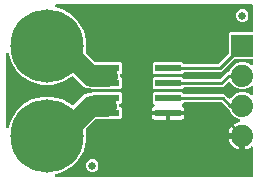
<source format=gbr>
G04 EAGLE Gerber RS-274X export*
G75*
%MOMM*%
%FSLAX34Y34*%
%LPD*%
%INTop Copper*%
%IPPOS*%
%AMOC8*
5,1,8,0,0,1.08239X$1,22.5*%
G01*
%ADD10R,2.209800X0.609600*%
%ADD11C,6.197600*%
%ADD12R,1.879600X1.879600*%
%ADD13C,1.879600*%
%ADD14C,0.635000*%
%ADD15C,1.778000*%
%ADD16C,0.254000*%

G36*
X211446Y3318D02*
X211446Y3318D01*
X211565Y3325D01*
X211603Y3338D01*
X211644Y3343D01*
X211754Y3386D01*
X211867Y3423D01*
X211902Y3445D01*
X211939Y3460D01*
X212035Y3529D01*
X212136Y3593D01*
X212164Y3623D01*
X212197Y3646D01*
X212273Y3738D01*
X212354Y3825D01*
X212374Y3860D01*
X212399Y3891D01*
X212450Y3999D01*
X212508Y4103D01*
X212518Y4143D01*
X212535Y4179D01*
X212557Y4296D01*
X212587Y4411D01*
X212591Y4471D01*
X212595Y4491D01*
X212593Y4512D01*
X212597Y4572D01*
X212597Y27679D01*
X212592Y27719D01*
X212595Y27759D01*
X212572Y27876D01*
X212557Y27995D01*
X212543Y28032D01*
X212535Y28071D01*
X212484Y28179D01*
X212440Y28291D01*
X212417Y28323D01*
X212400Y28359D01*
X212324Y28451D01*
X212254Y28548D01*
X212223Y28573D01*
X212198Y28604D01*
X212101Y28674D01*
X212009Y28751D01*
X211973Y28768D01*
X211940Y28791D01*
X211829Y28835D01*
X211721Y28886D01*
X211682Y28894D01*
X211645Y28909D01*
X211526Y28924D01*
X211409Y28946D01*
X211369Y28944D01*
X211329Y28949D01*
X211211Y28934D01*
X211091Y28926D01*
X211053Y28914D01*
X211014Y28909D01*
X210902Y28865D01*
X210789Y28828D01*
X210755Y28807D01*
X210718Y28792D01*
X210582Y28706D01*
X209457Y27889D01*
X207783Y27036D01*
X205996Y26455D01*
X205739Y26415D01*
X205739Y36830D01*
X205724Y36948D01*
X205717Y37067D01*
X205704Y37105D01*
X205699Y37145D01*
X205656Y37256D01*
X205619Y37369D01*
X205597Y37403D01*
X205582Y37441D01*
X205512Y37537D01*
X205449Y37638D01*
X205419Y37666D01*
X205395Y37698D01*
X205304Y37774D01*
X205217Y37856D01*
X205182Y37875D01*
X205151Y37901D01*
X205043Y37952D01*
X204939Y38009D01*
X204899Y38020D01*
X204863Y38037D01*
X204746Y38059D01*
X204631Y38089D01*
X204570Y38093D01*
X204550Y38097D01*
X204530Y38095D01*
X204470Y38099D01*
X203199Y38099D01*
X203199Y39370D01*
X203184Y39488D01*
X203177Y39607D01*
X203164Y39645D01*
X203159Y39685D01*
X203115Y39796D01*
X203079Y39909D01*
X203057Y39944D01*
X203042Y39981D01*
X202972Y40077D01*
X202909Y40178D01*
X202879Y40206D01*
X202855Y40239D01*
X202764Y40314D01*
X202677Y40396D01*
X202642Y40416D01*
X202610Y40441D01*
X202503Y40492D01*
X202398Y40550D01*
X202359Y40560D01*
X202323Y40577D01*
X202206Y40599D01*
X202091Y40629D01*
X202030Y40633D01*
X202010Y40637D01*
X201990Y40635D01*
X201930Y40639D01*
X191515Y40639D01*
X191555Y40896D01*
X192136Y42683D01*
X192989Y44357D01*
X194094Y45878D01*
X195422Y47206D01*
X196943Y48311D01*
X198617Y49164D01*
X200434Y49754D01*
X200520Y49780D01*
X200646Y49810D01*
X200673Y49824D01*
X200702Y49832D01*
X200813Y49898D01*
X200927Y49958D01*
X200950Y49979D01*
X200976Y49994D01*
X201067Y50085D01*
X201163Y50172D01*
X201179Y50197D01*
X201201Y50219D01*
X201266Y50330D01*
X201337Y50438D01*
X201347Y50467D01*
X201363Y50492D01*
X201399Y50616D01*
X201441Y50739D01*
X201443Y50769D01*
X201451Y50798D01*
X201456Y50927D01*
X201466Y51056D01*
X201461Y51086D01*
X201462Y51116D01*
X201434Y51242D01*
X201411Y51369D01*
X201399Y51397D01*
X201392Y51426D01*
X201334Y51541D01*
X201281Y51659D01*
X201262Y51683D01*
X201248Y51710D01*
X201163Y51807D01*
X201082Y51908D01*
X201058Y51926D01*
X201038Y51948D01*
X200931Y52021D01*
X200828Y52099D01*
X200789Y52118D01*
X200775Y52127D01*
X200755Y52135D01*
X200684Y52170D01*
X196725Y53809D01*
X193509Y57025D01*
X192520Y59414D01*
X192505Y59439D01*
X192496Y59467D01*
X192427Y59577D01*
X192363Y59690D01*
X192342Y59711D01*
X192326Y59736D01*
X192232Y59825D01*
X192141Y59918D01*
X192116Y59934D01*
X192095Y59954D01*
X191981Y60017D01*
X191870Y60085D01*
X191842Y60093D01*
X191816Y60108D01*
X191743Y60127D01*
X185694Y66176D01*
X185615Y66236D01*
X185543Y66304D01*
X185490Y66333D01*
X185442Y66370D01*
X185351Y66410D01*
X185265Y66458D01*
X185206Y66473D01*
X185151Y66497D01*
X185053Y66512D01*
X184957Y66537D01*
X184857Y66543D01*
X184836Y66547D01*
X184824Y66545D01*
X184796Y66547D01*
X154657Y66547D01*
X154559Y66535D01*
X154460Y66532D01*
X154401Y66515D01*
X154341Y66507D01*
X154249Y66471D01*
X154154Y66443D01*
X154102Y66413D01*
X154046Y66390D01*
X153965Y66332D01*
X153880Y66282D01*
X153805Y66216D01*
X153788Y66204D01*
X153780Y66194D01*
X153759Y66176D01*
X152176Y64593D01*
X152099Y64493D01*
X152017Y64398D01*
X152002Y64368D01*
X151981Y64341D01*
X151931Y64226D01*
X151875Y64113D01*
X151868Y64080D01*
X151855Y64049D01*
X151835Y63925D01*
X151809Y63802D01*
X151810Y63769D01*
X151805Y63735D01*
X151817Y63610D01*
X151822Y63485D01*
X151832Y63452D01*
X151835Y63419D01*
X151878Y63300D01*
X151914Y63180D01*
X151931Y63151D01*
X151943Y63119D01*
X152013Y63015D01*
X152078Y62908D01*
X152102Y62884D01*
X152121Y62856D01*
X152215Y62773D01*
X152305Y62685D01*
X152346Y62658D01*
X152360Y62646D01*
X152379Y62636D01*
X152439Y62596D01*
X153071Y62231D01*
X153544Y61758D01*
X153879Y61179D01*
X154052Y60532D01*
X154052Y58673D01*
X140716Y58673D01*
X140598Y58658D01*
X140479Y58651D01*
X140451Y58642D01*
X140368Y58663D01*
X140308Y58667D01*
X140288Y58671D01*
X140268Y58669D01*
X140208Y58673D01*
X126872Y58673D01*
X126872Y60532D01*
X127045Y61179D01*
X127380Y61758D01*
X127853Y62231D01*
X128485Y62596D01*
X128585Y62672D01*
X128689Y62742D01*
X128711Y62768D01*
X128738Y62788D01*
X128816Y62887D01*
X128899Y62981D01*
X128915Y63011D01*
X128936Y63037D01*
X128987Y63152D01*
X129044Y63264D01*
X129051Y63297D01*
X129065Y63328D01*
X129086Y63452D01*
X129114Y63574D01*
X129113Y63608D01*
X129118Y63641D01*
X129108Y63767D01*
X129104Y63892D01*
X129095Y63925D01*
X129092Y63958D01*
X129051Y64077D01*
X129016Y64198D01*
X128999Y64227D01*
X128987Y64259D01*
X128918Y64363D01*
X128854Y64472D01*
X128822Y64509D01*
X128812Y64524D01*
X128796Y64538D01*
X128748Y64593D01*
X127380Y65960D01*
X127380Y73740D01*
X128571Y74931D01*
X152353Y74931D01*
X153759Y73524D01*
X153838Y73464D01*
X153910Y73396D01*
X153963Y73367D01*
X154011Y73330D01*
X154101Y73290D01*
X154188Y73242D01*
X154247Y73227D01*
X154302Y73203D01*
X154400Y73188D01*
X154496Y73163D01*
X154596Y73157D01*
X154616Y73153D01*
X154629Y73155D01*
X154657Y73153D01*
X188058Y73153D01*
X191500Y69710D01*
X191540Y69680D01*
X191573Y69643D01*
X191665Y69583D01*
X191752Y69515D01*
X191797Y69496D01*
X191839Y69468D01*
X191943Y69433D01*
X192043Y69389D01*
X192093Y69381D01*
X192140Y69365D01*
X192249Y69357D01*
X192358Y69339D01*
X192407Y69344D01*
X192457Y69340D01*
X192565Y69359D01*
X192674Y69369D01*
X192721Y69386D01*
X192770Y69395D01*
X192870Y69440D01*
X192973Y69477D01*
X193015Y69505D01*
X193060Y69525D01*
X193146Y69594D01*
X193237Y69655D01*
X193270Y69693D01*
X193309Y69724D01*
X193374Y69811D01*
X193447Y69894D01*
X193467Y69932D01*
X196725Y73191D01*
X200926Y74931D01*
X205474Y74931D01*
X209675Y73191D01*
X210431Y72435D01*
X210540Y72350D01*
X210647Y72261D01*
X210666Y72252D01*
X210682Y72240D01*
X210810Y72185D01*
X210935Y72126D01*
X210955Y72122D01*
X210974Y72114D01*
X211112Y72092D01*
X211248Y72066D01*
X211268Y72067D01*
X211288Y72064D01*
X211427Y72077D01*
X211565Y72086D01*
X211584Y72092D01*
X211604Y72094D01*
X211736Y72141D01*
X211867Y72184D01*
X211885Y72194D01*
X211904Y72201D01*
X212019Y72279D01*
X212136Y72354D01*
X212150Y72368D01*
X212167Y72380D01*
X212259Y72484D01*
X212354Y72585D01*
X212364Y72603D01*
X212377Y72618D01*
X212440Y72742D01*
X212508Y72864D01*
X212513Y72883D01*
X212522Y72901D01*
X212552Y73037D01*
X212587Y73172D01*
X212589Y73200D01*
X212592Y73212D01*
X212591Y73232D01*
X212597Y73332D01*
X212597Y79068D01*
X212580Y79206D01*
X212567Y79344D01*
X212560Y79363D01*
X212557Y79383D01*
X212506Y79512D01*
X212459Y79643D01*
X212448Y79660D01*
X212440Y79679D01*
X212359Y79791D01*
X212281Y79906D01*
X212265Y79920D01*
X212254Y79936D01*
X212146Y80025D01*
X212042Y80117D01*
X212024Y80126D01*
X212009Y80139D01*
X211883Y80198D01*
X211759Y80261D01*
X211739Y80266D01*
X211721Y80274D01*
X211584Y80301D01*
X211449Y80331D01*
X211428Y80330D01*
X211409Y80334D01*
X211270Y80326D01*
X211131Y80321D01*
X211111Y80316D01*
X211091Y80314D01*
X210959Y80272D01*
X210825Y80233D01*
X210808Y80223D01*
X210789Y80216D01*
X210671Y80142D01*
X210551Y80071D01*
X210530Y80053D01*
X210520Y80046D01*
X210506Y80031D01*
X210431Y79965D01*
X209675Y79209D01*
X205474Y77469D01*
X200926Y77469D01*
X196725Y79209D01*
X193509Y82425D01*
X193198Y83176D01*
X193174Y83219D01*
X193157Y83266D01*
X193095Y83357D01*
X193041Y83452D01*
X193006Y83488D01*
X192978Y83529D01*
X192896Y83601D01*
X192820Y83681D01*
X192777Y83707D01*
X192740Y83739D01*
X192642Y83789D01*
X192549Y83847D01*
X192501Y83861D01*
X192457Y83884D01*
X192350Y83908D01*
X192245Y83940D01*
X192195Y83943D01*
X192147Y83954D01*
X192037Y83950D01*
X191927Y83955D01*
X191878Y83945D01*
X191829Y83944D01*
X191723Y83913D01*
X191615Y83891D01*
X191571Y83869D01*
X191523Y83856D01*
X191429Y83800D01*
X191330Y83751D01*
X191292Y83719D01*
X191249Y83694D01*
X191128Y83588D01*
X189094Y81554D01*
X186788Y79247D01*
X154657Y79247D01*
X154559Y79235D01*
X154460Y79232D01*
X154401Y79215D01*
X154341Y79207D01*
X154249Y79171D01*
X154154Y79143D01*
X154102Y79113D01*
X154046Y79090D01*
X153965Y79032D01*
X153880Y78982D01*
X153805Y78916D01*
X153788Y78904D01*
X153780Y78894D01*
X153759Y78876D01*
X152353Y77469D01*
X128571Y77469D01*
X127380Y78660D01*
X127380Y86440D01*
X128571Y87631D01*
X152353Y87631D01*
X153759Y86224D01*
X153838Y86164D01*
X153910Y86096D01*
X153963Y86067D01*
X154011Y86030D01*
X154101Y85990D01*
X154188Y85942D01*
X154247Y85927D01*
X154302Y85903D01*
X154400Y85888D01*
X154496Y85863D01*
X154596Y85857D01*
X154616Y85853D01*
X154629Y85855D01*
X154657Y85853D01*
X183526Y85853D01*
X183624Y85865D01*
X183723Y85868D01*
X183782Y85885D01*
X183842Y85893D01*
X183934Y85929D01*
X184029Y85957D01*
X184081Y85987D01*
X184137Y86010D01*
X184217Y86068D01*
X184303Y86118D01*
X184378Y86184D01*
X184395Y86196D01*
X184403Y86206D01*
X184424Y86224D01*
X190402Y92203D01*
X191347Y92203D01*
X191377Y92206D01*
X191406Y92204D01*
X191534Y92226D01*
X191663Y92243D01*
X191690Y92253D01*
X191719Y92258D01*
X191838Y92312D01*
X191959Y92360D01*
X191983Y92377D01*
X192009Y92389D01*
X192111Y92470D01*
X192216Y92546D01*
X192235Y92569D01*
X192258Y92588D01*
X192336Y92691D01*
X192419Y92791D01*
X192431Y92818D01*
X192449Y92842D01*
X192520Y92986D01*
X193509Y95375D01*
X196725Y98591D01*
X200926Y100331D01*
X205474Y100331D01*
X209675Y98591D01*
X210431Y97835D01*
X210540Y97750D01*
X210647Y97661D01*
X210666Y97652D01*
X210682Y97640D01*
X210810Y97585D01*
X210935Y97526D01*
X210955Y97522D01*
X210974Y97514D01*
X211112Y97492D01*
X211248Y97466D01*
X211268Y97467D01*
X211288Y97464D01*
X211427Y97477D01*
X211565Y97486D01*
X211584Y97492D01*
X211604Y97494D01*
X211736Y97541D01*
X211867Y97584D01*
X211885Y97594D01*
X211904Y97601D01*
X212019Y97679D01*
X212136Y97754D01*
X212150Y97768D01*
X212167Y97780D01*
X212259Y97884D01*
X212354Y97985D01*
X212364Y98003D01*
X212377Y98018D01*
X212440Y98142D01*
X212508Y98264D01*
X212513Y98283D01*
X212522Y98301D01*
X212552Y98437D01*
X212587Y98572D01*
X212589Y98600D01*
X212592Y98612D01*
X212591Y98632D01*
X212597Y98732D01*
X212597Y101600D01*
X212582Y101718D01*
X212575Y101837D01*
X212562Y101875D01*
X212557Y101916D01*
X212514Y102026D01*
X212477Y102139D01*
X212455Y102174D01*
X212440Y102211D01*
X212371Y102307D01*
X212307Y102408D01*
X212277Y102436D01*
X212254Y102469D01*
X212162Y102545D01*
X212075Y102626D01*
X212040Y102646D01*
X212009Y102671D01*
X211901Y102722D01*
X211797Y102780D01*
X211757Y102790D01*
X211721Y102807D01*
X211604Y102829D01*
X211489Y102859D01*
X211429Y102863D01*
X211409Y102867D01*
X211388Y102865D01*
X211328Y102869D01*
X196966Y102869D01*
X196868Y102857D01*
X196769Y102854D01*
X196710Y102837D01*
X196650Y102829D01*
X196558Y102793D01*
X196463Y102765D01*
X196411Y102735D01*
X196355Y102712D01*
X196274Y102654D01*
X196189Y102604D01*
X196114Y102538D01*
X196097Y102526D01*
X196089Y102516D01*
X196068Y102498D01*
X185518Y91947D01*
X154657Y91947D01*
X154559Y91935D01*
X154460Y91932D01*
X154401Y91915D01*
X154341Y91907D01*
X154249Y91871D01*
X154154Y91843D01*
X154102Y91813D01*
X154046Y91790D01*
X153965Y91732D01*
X153880Y91682D01*
X153805Y91616D01*
X153788Y91604D01*
X153780Y91594D01*
X153759Y91576D01*
X152353Y90169D01*
X128571Y90169D01*
X127380Y91360D01*
X127380Y99140D01*
X128571Y100331D01*
X152353Y100331D01*
X153759Y98924D01*
X153838Y98864D01*
X153910Y98796D01*
X153963Y98767D01*
X154011Y98730D01*
X154101Y98690D01*
X154188Y98642D01*
X154247Y98627D01*
X154302Y98603D01*
X154400Y98588D01*
X154496Y98563D01*
X154596Y98557D01*
X154616Y98553D01*
X154629Y98555D01*
X154657Y98553D01*
X182256Y98553D01*
X182354Y98565D01*
X182453Y98568D01*
X182512Y98585D01*
X182572Y98593D01*
X182664Y98629D01*
X182759Y98657D01*
X182811Y98687D01*
X182867Y98710D01*
X182947Y98768D01*
X183033Y98818D01*
X183108Y98884D01*
X183125Y98896D01*
X183133Y98906D01*
X183154Y98924D01*
X191398Y107168D01*
X191458Y107247D01*
X191526Y107319D01*
X191555Y107372D01*
X191592Y107420D01*
X191632Y107511D01*
X191680Y107597D01*
X191695Y107656D01*
X191719Y107711D01*
X191734Y107809D01*
X191759Y107905D01*
X191765Y108005D01*
X191769Y108025D01*
X191767Y108038D01*
X191769Y108066D01*
X191769Y124540D01*
X192960Y125731D01*
X211328Y125731D01*
X211446Y125746D01*
X211565Y125753D01*
X211603Y125766D01*
X211644Y125771D01*
X211754Y125814D01*
X211867Y125851D01*
X211902Y125873D01*
X211939Y125888D01*
X212035Y125957D01*
X212136Y126021D01*
X212164Y126051D01*
X212197Y126074D01*
X212273Y126166D01*
X212354Y126253D01*
X212374Y126288D01*
X212399Y126319D01*
X212450Y126427D01*
X212508Y126531D01*
X212518Y126571D01*
X212535Y126607D01*
X212557Y126724D01*
X212587Y126839D01*
X212591Y126899D01*
X212595Y126919D01*
X212593Y126940D01*
X212597Y127000D01*
X212597Y147828D01*
X212582Y147946D01*
X212575Y148065D01*
X212562Y148103D01*
X212557Y148144D01*
X212514Y148254D01*
X212477Y148367D01*
X212455Y148402D01*
X212440Y148439D01*
X212371Y148535D01*
X212307Y148636D01*
X212277Y148664D01*
X212254Y148697D01*
X212162Y148773D01*
X212075Y148854D01*
X212040Y148874D01*
X212009Y148899D01*
X211901Y148950D01*
X211797Y149008D01*
X211757Y149018D01*
X211721Y149035D01*
X211604Y149057D01*
X211489Y149087D01*
X211429Y149091D01*
X211409Y149095D01*
X211388Y149093D01*
X211328Y149097D01*
X45458Y149097D01*
X45308Y149078D01*
X45155Y149061D01*
X45149Y149058D01*
X45142Y149057D01*
X45002Y149002D01*
X44859Y148947D01*
X44853Y148943D01*
X44847Y148940D01*
X44724Y148851D01*
X44599Y148763D01*
X44595Y148758D01*
X44589Y148754D01*
X44492Y148636D01*
X44394Y148520D01*
X44391Y148514D01*
X44387Y148509D01*
X44322Y148371D01*
X44255Y148234D01*
X44254Y148227D01*
X44251Y148221D01*
X44223Y148072D01*
X44192Y147922D01*
X44193Y147915D01*
X44191Y147909D01*
X44201Y147757D01*
X44209Y147604D01*
X44211Y147598D01*
X44211Y147591D01*
X44258Y147446D01*
X44303Y147301D01*
X44307Y147295D01*
X44309Y147289D01*
X44390Y147161D01*
X44471Y147030D01*
X44476Y147026D01*
X44479Y147020D01*
X44590Y146915D01*
X44700Y146810D01*
X44706Y146807D01*
X44711Y146802D01*
X44844Y146729D01*
X44977Y146653D01*
X44986Y146651D01*
X44989Y146648D01*
X45000Y146646D01*
X45129Y146602D01*
X50845Y145070D01*
X58375Y140723D01*
X64523Y134575D01*
X68870Y127045D01*
X71121Y118647D01*
X71121Y109953D01*
X70931Y109244D01*
X70916Y109139D01*
X70893Y109036D01*
X70895Y108982D01*
X70888Y108929D01*
X70900Y108824D01*
X70903Y108718D01*
X70918Y108666D01*
X70924Y108613D01*
X70962Y108514D01*
X70991Y108413D01*
X71019Y108366D01*
X71038Y108316D01*
X71099Y108230D01*
X71153Y108139D01*
X71210Y108074D01*
X71222Y108057D01*
X71234Y108047D01*
X71259Y108018D01*
X78575Y100702D01*
X78653Y100642D01*
X78725Y100574D01*
X78778Y100545D01*
X78826Y100508D01*
X78917Y100468D01*
X79003Y100420D01*
X79062Y100405D01*
X79118Y100381D01*
X79216Y100366D01*
X79311Y100341D01*
X79411Y100335D01*
X79432Y100331D01*
X79444Y100333D01*
X79472Y100331D01*
X100029Y100331D01*
X101220Y99140D01*
X101220Y91360D01*
X100194Y90335D01*
X100134Y90257D01*
X100066Y90184D01*
X100037Y90131D01*
X100000Y90084D01*
X99960Y89993D01*
X99912Y89906D01*
X99897Y89847D01*
X99873Y89792D01*
X99858Y89694D01*
X99833Y89598D01*
X99827Y89498D01*
X99823Y89478D01*
X99825Y89465D01*
X99823Y89437D01*
X99823Y88363D01*
X99835Y88265D01*
X99838Y88165D01*
X99855Y88107D01*
X99863Y88047D01*
X99899Y87955D01*
X99927Y87860D01*
X99957Y87808D01*
X99980Y87751D01*
X100038Y87671D01*
X100088Y87586D01*
X100133Y87535D01*
X100133Y87534D01*
X100134Y87534D01*
X100154Y87511D01*
X100166Y87494D01*
X100176Y87486D01*
X100194Y87465D01*
X101220Y86440D01*
X101220Y78660D01*
X100029Y77469D01*
X76247Y77469D01*
X76111Y77605D01*
X76033Y77666D01*
X75960Y77734D01*
X75907Y77763D01*
X75860Y77800D01*
X75769Y77840D01*
X75682Y77888D01*
X75623Y77903D01*
X75568Y77927D01*
X75470Y77942D01*
X75374Y77967D01*
X75274Y77973D01*
X75254Y77977D01*
X75241Y77975D01*
X75213Y77977D01*
X72757Y77977D01*
X68743Y79640D01*
X60338Y88045D01*
X60244Y88118D01*
X60155Y88197D01*
X60119Y88215D01*
X60087Y88240D01*
X59977Y88287D01*
X59872Y88341D01*
X59832Y88350D01*
X59795Y88366D01*
X59677Y88385D01*
X59561Y88411D01*
X59521Y88410D01*
X59481Y88416D01*
X59362Y88405D01*
X59243Y88401D01*
X59205Y88390D01*
X59164Y88386D01*
X59052Y88346D01*
X58938Y88313D01*
X58903Y88292D01*
X58865Y88279D01*
X58766Y88212D01*
X58664Y88151D01*
X58619Y88111D01*
X58602Y88100D01*
X58588Y88085D01*
X58543Y88045D01*
X58375Y87877D01*
X50845Y83530D01*
X42447Y81279D01*
X33753Y81279D01*
X25355Y83530D01*
X17825Y87877D01*
X11677Y94025D01*
X7330Y101555D01*
X5798Y107271D01*
X5741Y107411D01*
X5684Y107553D01*
X5680Y107559D01*
X5678Y107565D01*
X5587Y107687D01*
X5498Y107811D01*
X5492Y107815D01*
X5488Y107820D01*
X5370Y107916D01*
X5253Y108013D01*
X5246Y108016D01*
X5241Y108021D01*
X5103Y108084D01*
X4965Y108149D01*
X4958Y108150D01*
X4952Y108153D01*
X4802Y108180D01*
X4652Y108209D01*
X4646Y108208D01*
X4639Y108209D01*
X4486Y108198D01*
X4335Y108189D01*
X4329Y108187D01*
X4322Y108186D01*
X4177Y108138D01*
X4033Y108091D01*
X4027Y108087D01*
X4020Y108085D01*
X3893Y108002D01*
X3764Y107921D01*
X3759Y107916D01*
X3754Y107912D01*
X3650Y107799D01*
X3546Y107689D01*
X3543Y107683D01*
X3538Y107678D01*
X3465Y107543D01*
X3392Y107411D01*
X3391Y107404D01*
X3388Y107398D01*
X3351Y107250D01*
X3313Y107103D01*
X3312Y107094D01*
X3311Y107089D01*
X3311Y107079D01*
X3303Y106942D01*
X3303Y45458D01*
X3322Y45308D01*
X3339Y45155D01*
X3342Y45149D01*
X3343Y45142D01*
X3398Y45002D01*
X3453Y44859D01*
X3457Y44853D01*
X3460Y44847D01*
X3549Y44724D01*
X3637Y44599D01*
X3642Y44595D01*
X3646Y44589D01*
X3764Y44492D01*
X3880Y44394D01*
X3886Y44391D01*
X3891Y44387D01*
X4029Y44322D01*
X4166Y44255D01*
X4173Y44254D01*
X4179Y44251D01*
X4328Y44223D01*
X4478Y44192D01*
X4485Y44193D01*
X4491Y44191D01*
X4643Y44201D01*
X4796Y44209D01*
X4802Y44211D01*
X4809Y44211D01*
X4953Y44258D01*
X5099Y44303D01*
X5105Y44307D01*
X5111Y44309D01*
X5239Y44390D01*
X5370Y44471D01*
X5374Y44476D01*
X5380Y44479D01*
X5485Y44590D01*
X5590Y44700D01*
X5593Y44706D01*
X5598Y44711D01*
X5671Y44844D01*
X5747Y44977D01*
X5749Y44986D01*
X5752Y44989D01*
X5754Y45000D01*
X5798Y45129D01*
X7330Y50845D01*
X11677Y58375D01*
X17825Y64523D01*
X25355Y68870D01*
X33753Y71121D01*
X42447Y71121D01*
X50845Y68870D01*
X58375Y64523D01*
X58543Y64355D01*
X58637Y64282D01*
X58726Y64203D01*
X58762Y64185D01*
X58794Y64160D01*
X58904Y64113D01*
X59010Y64059D01*
X59049Y64050D01*
X59086Y64034D01*
X59204Y64015D01*
X59320Y63989D01*
X59360Y63990D01*
X59400Y63984D01*
X59519Y63995D01*
X59638Y63999D01*
X59677Y64010D01*
X59717Y64014D01*
X59829Y64054D01*
X59943Y64087D01*
X59978Y64108D01*
X60016Y64121D01*
X60115Y64188D01*
X60217Y64249D01*
X60263Y64289D01*
X60279Y64300D01*
X60293Y64315D01*
X60338Y64355D01*
X68743Y72760D01*
X72757Y74423D01*
X75213Y74423D01*
X75312Y74435D01*
X75411Y74438D01*
X75469Y74455D01*
X75529Y74463D01*
X75621Y74499D01*
X75716Y74527D01*
X75768Y74557D01*
X75825Y74580D01*
X75905Y74638D01*
X75990Y74688D01*
X76065Y74754D01*
X76082Y74766D01*
X76090Y74776D01*
X76111Y74795D01*
X76247Y74931D01*
X100029Y74931D01*
X101220Y73740D01*
X101220Y65960D01*
X100029Y64769D01*
X99822Y64769D01*
X99704Y64754D01*
X99585Y64747D01*
X99547Y64734D01*
X99506Y64729D01*
X99396Y64686D01*
X99283Y64649D01*
X99248Y64627D01*
X99211Y64612D01*
X99115Y64543D01*
X99014Y64479D01*
X98986Y64449D01*
X98953Y64426D01*
X98877Y64334D01*
X98796Y64247D01*
X98776Y64212D01*
X98751Y64181D01*
X98700Y64073D01*
X98642Y63969D01*
X98632Y63929D01*
X98615Y63893D01*
X98593Y63776D01*
X98563Y63661D01*
X98559Y63601D01*
X98555Y63581D01*
X98557Y63560D01*
X98553Y63500D01*
X98568Y63382D01*
X98575Y63263D01*
X98587Y63225D01*
X98593Y63184D01*
X98636Y63074D01*
X98673Y62961D01*
X98695Y62926D01*
X98710Y62889D01*
X98779Y62793D01*
X98843Y62692D01*
X98873Y62664D01*
X98896Y62631D01*
X98988Y62555D01*
X99075Y62474D01*
X99110Y62454D01*
X99141Y62429D01*
X99249Y62378D01*
X99353Y62320D01*
X99393Y62310D01*
X99429Y62293D01*
X99546Y62271D01*
X99661Y62241D01*
X99721Y62237D01*
X99741Y62233D01*
X99762Y62235D01*
X99822Y62231D01*
X100029Y62231D01*
X101220Y61040D01*
X101220Y53260D01*
X100029Y52069D01*
X79472Y52069D01*
X79374Y52057D01*
X79275Y52054D01*
X79217Y52037D01*
X79157Y52029D01*
X79064Y51993D01*
X78969Y51965D01*
X78917Y51935D01*
X78861Y51912D01*
X78781Y51854D01*
X78695Y51804D01*
X78620Y51738D01*
X78604Y51726D01*
X78596Y51716D01*
X78575Y51698D01*
X71259Y44382D01*
X71194Y44299D01*
X71123Y44221D01*
X71097Y44174D01*
X71064Y44131D01*
X71022Y44034D01*
X70972Y43941D01*
X70959Y43889D01*
X70938Y43839D01*
X70921Y43734D01*
X70896Y43632D01*
X70897Y43578D01*
X70888Y43525D01*
X70898Y43420D01*
X70899Y43314D01*
X70916Y43230D01*
X70918Y43208D01*
X70923Y43194D01*
X70931Y43156D01*
X71121Y42447D01*
X71121Y33753D01*
X68870Y25355D01*
X64523Y17825D01*
X58375Y11677D01*
X50845Y7330D01*
X45129Y5798D01*
X44989Y5740D01*
X44847Y5684D01*
X44841Y5680D01*
X44835Y5678D01*
X44713Y5587D01*
X44589Y5498D01*
X44585Y5492D01*
X44580Y5488D01*
X44484Y5370D01*
X44387Y5253D01*
X44384Y5246D01*
X44379Y5241D01*
X44316Y5102D01*
X44251Y4965D01*
X44250Y4958D01*
X44247Y4952D01*
X44220Y4802D01*
X44191Y4652D01*
X44192Y4646D01*
X44191Y4639D01*
X44202Y4486D01*
X44211Y4335D01*
X44213Y4329D01*
X44214Y4322D01*
X44262Y4177D01*
X44309Y4033D01*
X44313Y4027D01*
X44315Y4020D01*
X44398Y3891D01*
X44479Y3764D01*
X44484Y3759D01*
X44488Y3754D01*
X44601Y3650D01*
X44711Y3546D01*
X44717Y3543D01*
X44722Y3538D01*
X44857Y3465D01*
X44989Y3392D01*
X44996Y3391D01*
X45002Y3388D01*
X45150Y3351D01*
X45297Y3313D01*
X45306Y3312D01*
X45311Y3311D01*
X45321Y3311D01*
X45458Y3303D01*
X211328Y3303D01*
X211446Y3318D01*
G37*
%LPC*%
G36*
X202164Y134492D02*
X202164Y134492D01*
X200250Y135285D01*
X198785Y136750D01*
X197992Y138664D01*
X197992Y140736D01*
X198785Y142650D01*
X200250Y144115D01*
X202164Y144908D01*
X204236Y144908D01*
X206150Y144115D01*
X207615Y142650D01*
X208408Y140736D01*
X208408Y138664D01*
X207615Y136750D01*
X206150Y135285D01*
X204236Y134492D01*
X202164Y134492D01*
G37*
%LPD*%
%LPC*%
G36*
X75164Y7492D02*
X75164Y7492D01*
X73250Y8285D01*
X71785Y9750D01*
X70992Y11664D01*
X70992Y13736D01*
X71785Y15650D01*
X73250Y17115D01*
X75164Y17908D01*
X77236Y17908D01*
X79150Y17115D01*
X80615Y15650D01*
X81408Y13736D01*
X81408Y11664D01*
X80615Y9750D01*
X79150Y8285D01*
X77236Y7492D01*
X75164Y7492D01*
G37*
%LPD*%
%LPC*%
G36*
X200404Y26455D02*
X200404Y26455D01*
X198617Y27036D01*
X196943Y27889D01*
X195422Y28994D01*
X194094Y30322D01*
X192989Y31843D01*
X192136Y33517D01*
X191555Y35304D01*
X191515Y35561D01*
X200661Y35561D01*
X200661Y26415D01*
X200404Y26455D01*
G37*
%LPD*%
%LPC*%
G36*
X141985Y51561D02*
X141985Y51561D01*
X141985Y55627D01*
X154052Y55627D01*
X154052Y53768D01*
X153879Y53121D01*
X153544Y52542D01*
X153071Y52069D01*
X152492Y51734D01*
X151845Y51561D01*
X141985Y51561D01*
G37*
%LPD*%
%LPC*%
G36*
X129079Y51561D02*
X129079Y51561D01*
X128432Y51734D01*
X127853Y52069D01*
X127380Y52542D01*
X127045Y53121D01*
X126872Y53768D01*
X126872Y55627D01*
X138939Y55627D01*
X138939Y51561D01*
X129079Y51561D01*
G37*
%LPD*%
D10*
X88138Y95250D03*
X88138Y82550D03*
X88138Y69850D03*
X88138Y57150D03*
X140462Y57150D03*
X140462Y69850D03*
X140462Y82550D03*
X140462Y95250D03*
D11*
X38100Y114300D03*
X38100Y38100D03*
D12*
X203200Y114300D03*
D13*
X203200Y88900D03*
X203200Y63500D03*
X203200Y38100D03*
D14*
X203200Y139700D03*
X76200Y12700D03*
D15*
X49530Y114300D02*
X38100Y114300D01*
X49530Y114300D02*
X74930Y88900D01*
X88900Y88900D01*
D16*
X88138Y89662D02*
X88138Y95250D01*
X88138Y89662D02*
X88900Y88900D01*
X88138Y88138D02*
X88138Y82550D01*
X88138Y88138D02*
X88900Y88900D01*
D15*
X49530Y38100D02*
X38100Y38100D01*
X49530Y38100D02*
X74930Y63500D01*
X87630Y63500D01*
D16*
X88138Y62992D02*
X88138Y57150D01*
X88138Y62992D02*
X87630Y63500D01*
X88138Y64008D02*
X88138Y69850D01*
X88138Y64008D02*
X87630Y63500D01*
X140462Y95250D02*
X184150Y95250D01*
X203200Y114300D01*
X203200Y88900D02*
X191770Y88900D01*
X185420Y82550D01*
X140462Y82550D02*
X139700Y82550D01*
X140462Y82550D02*
X185420Y82550D01*
X193040Y63500D02*
X203200Y63500D01*
X193040Y63500D02*
X186690Y69850D01*
X140462Y69850D01*
X140462Y57150D02*
X184150Y57150D01*
X203200Y38100D01*
M02*

</source>
